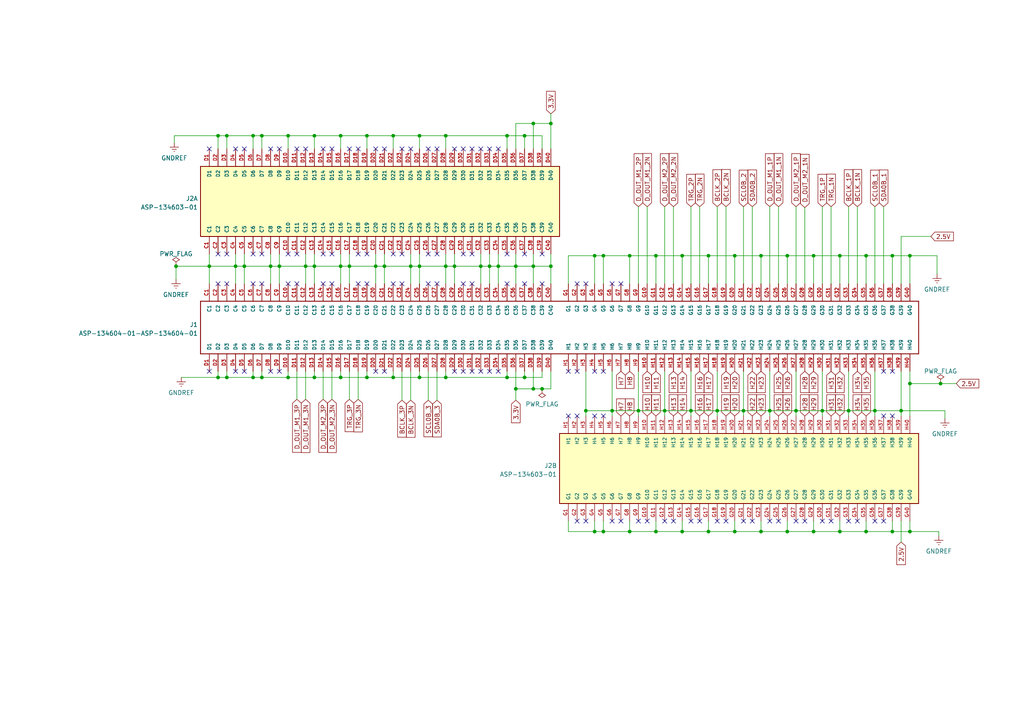
<source format=kicad_sch>
(kicad_sch (version 20211123) (generator eeschema)
  (paper "A4")
  (junction (at 182.626 74.168))
  (junction (at 144.526 77.216))
  (junction (at 190.246 154.178))
  (junction (at 111.506 77.216))
  (junction (at 129.286 109.474))
  (junction (at 114.046 39.37))
  (junction (at 192.786 119.126))
  (junction (at 139.446 77.216))
  (junction (at 197.866 154.178))
  (junction (at 251.206 154.178))
  (junction (at 63.246 39.37))
  (junction (at 83.566 109.474))
  (junction (at 261.366 119.126))
  (junction (at 63.246 109.474))
  (junction (at 263.906 154.178))
  (junction (at 98.806 39.37))
  (junction (at 106.426 39.37))
  (junction (at 141.986 77.216))
  (junction (at 177.546 119.126))
  (junction (at 121.666 109.474))
  (junction (at 60.706 77.216))
  (junction (at 68.326 77.216))
  (junction (at 88.646 77.216))
  (junction (at 258.826 74.168))
  (junction (at 228.346 74.168))
  (junction (at 157.226 112.776))
  (junction (at 119.126 77.216))
  (junction (at 81.026 77.216))
  (junction (at 200.406 119.126))
  (junction (at 159.766 35.814))
  (junction (at 65.786 109.474))
  (junction (at 235.966 74.168))
  (junction (at 106.426 109.474))
  (junction (at 197.866 74.168))
  (junction (at 169.926 119.126))
  (junction (at 230.886 119.126))
  (junction (at 149.606 112.776))
  (junction (at 213.106 74.168))
  (junction (at 185.166 119.126))
  (junction (at 108.966 77.216))
  (junction (at 75.946 39.37))
  (junction (at 98.806 77.216))
  (junction (at 65.786 39.37))
  (junction (at 78.486 77.216))
  (junction (at 114.046 109.474))
  (junction (at 243.586 154.178))
  (junction (at 73.406 109.474))
  (junction (at 235.966 154.178))
  (junction (at 175.006 74.168))
  (junction (at 129.286 39.37))
  (junction (at 205.486 154.178))
  (junction (at 253.746 119.126))
  (junction (at 263.906 111.252))
  (junction (at 238.506 119.126))
  (junction (at 190.246 74.168))
  (junction (at 101.346 77.216))
  (junction (at 246.126 119.126))
  (junction (at 131.826 77.216))
  (junction (at 129.286 77.216))
  (junction (at 91.186 77.216))
  (junction (at 149.606 77.216))
  (junction (at 70.866 77.216))
  (junction (at 208.026 119.126))
  (junction (at 258.826 154.178))
  (junction (at 91.186 39.37))
  (junction (at 182.626 154.178))
  (junction (at 83.566 39.37))
  (junction (at 251.206 74.168))
  (junction (at 243.586 74.168))
  (junction (at 147.066 39.37))
  (junction (at 172.466 154.178))
  (junction (at 154.686 77.216))
  (junction (at 228.346 154.178))
  (junction (at 272.796 111.252))
  (junction (at 154.686 112.776))
  (junction (at 263.906 74.168))
  (junction (at 75.946 109.474))
  (junction (at 223.266 119.126))
  (junction (at 205.486 74.168))
  (junction (at 152.146 39.37))
  (junction (at 159.766 77.216))
  (junction (at 73.406 39.37))
  (junction (at 121.666 39.37))
  (junction (at 154.686 35.814))
  (junction (at 91.186 109.474))
  (junction (at 215.646 119.126))
  (junction (at 152.146 109.474))
  (junction (at 172.466 74.168))
  (junction (at 98.806 109.474))
  (junction (at 147.066 109.474))
  (junction (at 121.666 77.216))
  (junction (at 220.726 154.178))
  (junction (at 213.106 154.178))
  (junction (at 220.726 74.168))
  (junction (at 51.054 77.216))
  (junction (at 175.006 154.178))
  (no_connect (at 144.526 43.18))
  (no_connect (at 88.646 43.18))
  (no_connect (at 86.106 43.18))
  (no_connect (at 126.746 43.18))
  (no_connect (at 119.126 43.18))
  (no_connect (at 116.586 43.18))
  (no_connect (at 103.886 43.18))
  (no_connect (at 101.346 43.18))
  (no_connect (at 124.206 43.18))
  (no_connect (at 96.266 43.18))
  (no_connect (at 93.726 43.18))
  (no_connect (at 141.986 43.18))
  (no_connect (at 139.446 43.18))
  (no_connect (at 136.906 43.18))
  (no_connect (at 134.366 43.18))
  (no_connect (at 131.826 43.18))
  (no_connect (at 60.706 43.18))
  (no_connect (at 70.866 43.18))
  (no_connect (at 68.326 43.18))
  (no_connect (at 81.026 43.18))
  (no_connect (at 78.486 43.18))
  (no_connect (at 111.506 43.18))
  (no_connect (at 108.966 43.18))
  (no_connect (at 141.986 107.696))
  (no_connect (at 139.446 107.696))
  (no_connect (at 136.906 107.696))
  (no_connect (at 134.366 107.696))
  (no_connect (at 131.826 107.696))
  (no_connect (at 108.966 107.696))
  (no_connect (at 111.506 107.696))
  (no_connect (at 70.866 107.696))
  (no_connect (at 68.326 107.696))
  (no_connect (at 60.706 107.696))
  (no_connect (at 81.026 107.696))
  (no_connect (at 78.486 107.696))
  (no_connect (at 172.466 107.696))
  (no_connect (at 175.006 107.696))
  (no_connect (at 167.386 107.696))
  (no_connect (at 175.006 120.65))
  (no_connect (at 172.466 120.65))
  (no_connect (at 167.386 120.65))
  (no_connect (at 126.746 82.296))
  (no_connect (at 124.206 82.296))
  (no_connect (at 114.046 82.296))
  (no_connect (at 116.586 82.296))
  (no_connect (at 136.906 73.66))
  (no_connect (at 134.366 73.66))
  (no_connect (at 126.746 73.66))
  (no_connect (at 124.206 73.66))
  (no_connect (at 116.586 73.66))
  (no_connect (at 114.046 73.66))
  (no_connect (at 136.906 82.296))
  (no_connect (at 134.366 82.296))
  (no_connect (at 157.226 73.66))
  (no_connect (at 157.226 82.296))
  (no_connect (at 152.146 73.66))
  (no_connect (at 152.146 82.296))
  (no_connect (at 147.066 73.66))
  (no_connect (at 147.066 82.296))
  (no_connect (at 164.846 107.696))
  (no_connect (at 164.846 120.65))
  (no_connect (at 180.086 151.13))
  (no_connect (at 169.926 151.13))
  (no_connect (at 144.526 107.696))
  (no_connect (at 65.786 82.296))
  (no_connect (at 63.246 82.296))
  (no_connect (at 73.406 82.296))
  (no_connect (at 75.946 82.296))
  (no_connect (at 75.946 73.66))
  (no_connect (at 73.406 73.66))
  (no_connect (at 63.246 73.66))
  (no_connect (at 65.786 73.66))
  (no_connect (at 258.826 107.696))
  (no_connect (at 256.286 107.696))
  (no_connect (at 256.286 120.65))
  (no_connect (at 258.826 120.65))
  (no_connect (at 93.726 82.296))
  (no_connect (at 96.266 82.296))
  (no_connect (at 103.886 82.296))
  (no_connect (at 106.426 82.296))
  (no_connect (at 83.566 82.296))
  (no_connect (at 86.106 82.296))
  (no_connect (at 86.106 73.66))
  (no_connect (at 83.566 73.66))
  (no_connect (at 106.426 73.66))
  (no_connect (at 103.886 73.66))
  (no_connect (at 96.266 73.66))
  (no_connect (at 93.726 73.66))
  (no_connect (at 177.546 151.13))
  (no_connect (at 167.386 151.13))
  (no_connect (at 185.166 151.13))
  (no_connect (at 187.706 151.13))
  (no_connect (at 192.786 151.13))
  (no_connect (at 195.326 151.13))
  (no_connect (at 200.406 151.13))
  (no_connect (at 202.946 151.13))
  (no_connect (at 208.026 151.13))
  (no_connect (at 210.566 151.13))
  (no_connect (at 215.646 151.13))
  (no_connect (at 218.186 151.13))
  (no_connect (at 223.266 151.13))
  (no_connect (at 225.806 151.13))
  (no_connect (at 230.886 151.13))
  (no_connect (at 233.426 151.13))
  (no_connect (at 238.506 151.13))
  (no_connect (at 241.046 151.13))
  (no_connect (at 246.126 151.13))
  (no_connect (at 248.666 151.13))
  (no_connect (at 253.746 151.13))
  (no_connect (at 256.286 151.13))
  (no_connect (at 177.546 82.296))
  (no_connect (at 180.086 82.296))
  (no_connect (at 167.386 82.296))
  (no_connect (at 169.926 82.296))
  (wire (pts (xy 101.346 77.216) (xy 101.346 82.296)))
  (wire (pts (xy 129.286 77.216) (xy 129.286 82.296)))
  (wire (pts (xy 213.106 74.168) (xy 205.486 74.168)))
  (wire (pts (xy 106.426 107.696) (xy 106.426 109.474)))
  (wire (pts (xy 263.906 74.168) (xy 258.826 74.168)))
  (wire (pts (xy 81.026 73.66) (xy 81.026 77.216)))
  (wire (pts (xy 215.646 119.126) (xy 223.266 119.126)))
  (wire (pts (xy 238.506 107.696) (xy 238.506 119.126)))
  (wire (pts (xy 185.166 59.944) (xy 185.166 82.296)))
  (wire (pts (xy 208.026 119.126) (xy 215.646 119.126)))
  (wire (pts (xy 154.686 35.814) (xy 154.686 43.18)))
  (wire (pts (xy 149.606 112.776) (xy 149.606 116.078)))
  (wire (pts (xy 63.246 109.474) (xy 65.786 109.474)))
  (wire (pts (xy 177.546 119.126) (xy 185.166 119.126)))
  (wire (pts (xy 157.226 109.474) (xy 152.146 109.474)))
  (wire (pts (xy 121.666 107.696) (xy 121.666 109.474)))
  (wire (pts (xy 81.026 77.216) (xy 81.026 82.296)))
  (wire (pts (xy 121.666 43.18) (xy 121.666 39.37)))
  (wire (pts (xy 78.486 77.216) (xy 78.486 82.296)))
  (wire (pts (xy 215.646 107.696) (xy 215.646 119.126)))
  (wire (pts (xy 263.906 107.696) (xy 263.906 111.252)))
  (wire (pts (xy 70.866 77.216) (xy 78.486 77.216)))
  (wire (pts (xy 263.906 111.252) (xy 263.906 120.65)))
  (wire (pts (xy 106.426 39.37) (xy 114.046 39.37)))
  (wire (pts (xy 272.796 111.252) (xy 263.906 111.252)))
  (wire (pts (xy 68.326 77.216) (xy 70.866 77.216)))
  (wire (pts (xy 238.506 119.126) (xy 246.126 119.126)))
  (wire (pts (xy 243.586 74.168) (xy 243.586 82.296)))
  (wire (pts (xy 253.746 107.696) (xy 253.746 119.126)))
  (wire (pts (xy 129.286 77.216) (xy 131.826 77.216)))
  (wire (pts (xy 141.986 73.66) (xy 141.986 77.216)))
  (wire (pts (xy 205.486 154.178) (xy 205.486 151.13)))
  (wire (pts (xy 152.146 39.37) (xy 157.226 39.37)))
  (wire (pts (xy 129.286 109.474) (xy 121.666 109.474)))
  (wire (pts (xy 175.006 74.168) (xy 172.466 74.168)))
  (wire (pts (xy 103.886 107.696) (xy 103.886 115.824)))
  (wire (pts (xy 131.826 77.216) (xy 131.826 82.296)))
  (wire (pts (xy 169.926 107.696) (xy 169.926 119.126)))
  (wire (pts (xy 159.766 35.814) (xy 159.766 43.18)))
  (wire (pts (xy 68.326 73.66) (xy 68.326 77.216)))
  (wire (pts (xy 235.966 154.178) (xy 228.346 154.178)))
  (wire (pts (xy 119.126 73.66) (xy 119.126 77.216)))
  (wire (pts (xy 83.566 39.37) (xy 91.186 39.37)))
  (wire (pts (xy 190.246 74.168) (xy 190.246 82.296)))
  (wire (pts (xy 149.606 77.216) (xy 154.686 77.216)))
  (wire (pts (xy 205.486 74.168) (xy 197.866 74.168)))
  (wire (pts (xy 106.426 109.474) (xy 114.046 109.474)))
  (wire (pts (xy 213.106 154.178) (xy 213.106 151.13)))
  (wire (pts (xy 70.866 77.216) (xy 70.866 82.296)))
  (wire (pts (xy 182.626 154.178) (xy 182.626 151.13)))
  (wire (pts (xy 230.886 107.696) (xy 230.886 119.126)))
  (wire (pts (xy 208.026 107.696) (xy 208.026 119.126)))
  (wire (pts (xy 154.686 73.66) (xy 154.686 77.216)))
  (wire (pts (xy 121.666 39.37) (xy 129.286 39.37)))
  (wire (pts (xy 152.146 109.474) (xy 147.066 109.474)))
  (wire (pts (xy 139.446 77.216) (xy 141.986 77.216)))
  (wire (pts (xy 111.506 73.66) (xy 111.506 77.216)))
  (wire (pts (xy 241.046 59.944) (xy 241.046 82.296)))
  (wire (pts (xy 88.646 77.216) (xy 88.646 82.296)))
  (wire (pts (xy 243.586 74.168) (xy 235.966 74.168)))
  (wire (pts (xy 197.866 154.178) (xy 190.246 154.178)))
  (wire (pts (xy 223.266 107.696) (xy 223.266 119.126)))
  (wire (pts (xy 98.806 77.216) (xy 98.806 82.296)))
  (wire (pts (xy 208.026 119.126) (xy 208.026 120.65)))
  (wire (pts (xy 152.146 107.696) (xy 152.146 109.474)))
  (wire (pts (xy 60.706 77.216) (xy 68.326 77.216)))
  (wire (pts (xy 98.806 107.696) (xy 98.806 109.474)))
  (wire (pts (xy 106.426 39.37) (xy 106.426 43.18)))
  (wire (pts (xy 175.006 74.168) (xy 175.006 82.296)))
  (wire (pts (xy 101.346 107.696) (xy 101.346 115.824)))
  (wire (pts (xy 243.586 154.178) (xy 235.966 154.178)))
  (wire (pts (xy 98.806 109.474) (xy 106.426 109.474)))
  (wire (pts (xy 51.054 81.026) (xy 51.054 77.216)))
  (wire (pts (xy 91.186 107.696) (xy 91.186 109.474)))
  (wire (pts (xy 220.726 154.178) (xy 213.106 154.178)))
  (wire (pts (xy 149.606 43.18) (xy 149.606 35.814)))
  (wire (pts (xy 256.286 59.944) (xy 256.286 82.296)))
  (wire (pts (xy 101.346 73.66) (xy 101.346 77.216)))
  (wire (pts (xy 261.366 151.13) (xy 261.366 157.226)))
  (wire (pts (xy 253.746 59.944) (xy 253.746 82.296)))
  (wire (pts (xy 274.066 119.126) (xy 261.366 119.126)))
  (wire (pts (xy 60.706 77.216) (xy 60.706 82.296)))
  (wire (pts (xy 81.026 77.216) (xy 88.646 77.216)))
  (wire (pts (xy 96.266 107.696) (xy 96.266 115.824)))
  (wire (pts (xy 164.846 74.168) (xy 164.846 82.296)))
  (wire (pts (xy 129.286 73.66) (xy 129.286 77.216)))
  (wire (pts (xy 258.826 154.178) (xy 258.826 151.13)))
  (wire (pts (xy 261.366 107.696) (xy 261.366 119.126)))
  (wire (pts (xy 215.646 59.944) (xy 215.646 82.296)))
  (wire (pts (xy 182.626 74.168) (xy 175.006 74.168)))
  (wire (pts (xy 220.726 154.178) (xy 220.726 151.13)))
  (wire (pts (xy 263.906 154.178) (xy 258.826 154.178)))
  (wire (pts (xy 190.246 154.178) (xy 182.626 154.178)))
  (wire (pts (xy 93.726 107.696) (xy 93.726 115.824)))
  (wire (pts (xy 149.606 107.696) (xy 149.606 112.776)))
  (wire (pts (xy 91.186 73.66) (xy 91.186 77.216)))
  (wire (pts (xy 154.686 77.216) (xy 159.766 77.216)))
  (wire (pts (xy 111.506 77.216) (xy 111.506 82.296)))
  (wire (pts (xy 169.926 119.126) (xy 177.546 119.126)))
  (wire (pts (xy 83.566 39.37) (xy 83.566 43.18)))
  (wire (pts (xy 154.686 112.776) (xy 157.226 112.776)))
  (wire (pts (xy 68.326 77.216) (xy 68.326 82.296)))
  (wire (pts (xy 73.406 109.474) (xy 65.786 109.474)))
  (wire (pts (xy 205.486 154.178) (xy 197.866 154.178)))
  (wire (pts (xy 246.126 119.126) (xy 253.746 119.126)))
  (wire (pts (xy 159.766 77.216) (xy 159.766 82.296)))
  (wire (pts (xy 154.686 112.776) (xy 149.606 112.776)))
  (wire (pts (xy 238.506 119.126) (xy 238.506 120.65)))
  (wire (pts (xy 108.966 73.66) (xy 108.966 77.216)))
  (wire (pts (xy 251.206 154.178) (xy 243.586 154.178)))
  (wire (pts (xy 200.406 119.126) (xy 208.026 119.126)))
  (wire (pts (xy 197.866 74.168) (xy 190.246 74.168)))
  (wire (pts (xy 172.466 151.13) (xy 172.466 154.178)))
  (wire (pts (xy 195.326 59.944) (xy 195.326 82.296)))
  (wire (pts (xy 190.246 154.178) (xy 190.246 151.13)))
  (wire (pts (xy 98.806 73.66) (xy 98.806 77.216)))
  (wire (pts (xy 172.466 74.168) (xy 164.846 74.168)))
  (wire (pts (xy 75.946 107.696) (xy 75.946 109.474)))
  (wire (pts (xy 172.466 74.168) (xy 172.466 82.296)))
  (wire (pts (xy 274.066 121.412) (xy 274.066 119.126)))
  (wire (pts (xy 78.486 77.216) (xy 81.026 77.216)))
  (wire (pts (xy 147.066 107.696) (xy 147.066 109.474)))
  (wire (pts (xy 50.546 41.402) (xy 50.546 39.37)))
  (wire (pts (xy 185.166 119.126) (xy 192.786 119.126)))
  (wire (pts (xy 213.106 74.168) (xy 213.106 82.296)))
  (wire (pts (xy 192.786 59.944) (xy 192.786 82.296)))
  (wire (pts (xy 91.186 109.474) (xy 83.566 109.474)))
  (wire (pts (xy 83.566 107.696) (xy 83.566 109.474)))
  (wire (pts (xy 235.966 154.178) (xy 235.966 151.13)))
  (wire (pts (xy 154.686 35.814) (xy 159.766 35.814)))
  (wire (pts (xy 182.626 74.168) (xy 182.626 82.296)))
  (wire (pts (xy 75.946 109.474) (xy 73.406 109.474)))
  (wire (pts (xy 114.046 107.696) (xy 114.046 109.474)))
  (wire (pts (xy 200.406 107.696) (xy 200.406 119.126)))
  (wire (pts (xy 91.186 109.474) (xy 98.806 109.474)))
  (wire (pts (xy 139.446 77.216) (xy 139.446 82.296)))
  (wire (pts (xy 83.566 109.474) (xy 75.946 109.474)))
  (wire (pts (xy 98.806 77.216) (xy 101.346 77.216)))
  (wire (pts (xy 65.786 107.696) (xy 65.786 109.474)))
  (wire (pts (xy 261.366 68.58) (xy 270.002 68.58)))
  (wire (pts (xy 73.406 39.37) (xy 73.406 43.18)))
  (wire (pts (xy 129.286 39.37) (xy 147.066 39.37)))
  (wire (pts (xy 141.986 77.216) (xy 141.986 82.296)))
  (wire (pts (xy 124.206 107.696) (xy 124.206 116.078)))
  (wire (pts (xy 220.726 74.168) (xy 213.106 74.168)))
  (wire (pts (xy 251.206 74.168) (xy 251.206 82.296)))
  (wire (pts (xy 88.646 73.66) (xy 88.646 77.216)))
  (wire (pts (xy 172.466 154.178) (xy 175.006 154.178)))
  (wire (pts (xy 91.186 39.37) (xy 91.186 43.18)))
  (wire (pts (xy 50.546 39.37) (xy 63.246 39.37)))
  (wire (pts (xy 119.126 77.216) (xy 121.666 77.216)))
  (wire (pts (xy 215.646 119.126) (xy 215.646 120.65)))
  (wire (pts (xy 228.346 74.168) (xy 220.726 74.168)))
  (wire (pts (xy 157.226 112.776) (xy 159.766 112.776)))
  (wire (pts (xy 197.866 154.178) (xy 197.866 151.13)))
  (wire (pts (xy 139.446 73.66) (xy 139.446 77.216)))
  (wire (pts (xy 263.906 151.13) (xy 263.906 154.178)))
  (wire (pts (xy 88.646 77.216) (xy 91.186 77.216)))
  (wire (pts (xy 185.166 119.126) (xy 185.166 120.65)))
  (wire (pts (xy 63.246 107.696) (xy 63.246 109.474)))
  (wire (pts (xy 63.246 39.37) (xy 65.786 39.37)))
  (wire (pts (xy 271.78 74.168) (xy 271.78 79.502)))
  (wire (pts (xy 261.366 119.126) (xy 261.366 120.65)))
  (wire (pts (xy 210.566 59.944) (xy 210.566 82.296)))
  (wire (pts (xy 246.126 119.126) (xy 246.126 120.65)))
  (wire (pts (xy 129.286 107.696) (xy 129.286 109.474)))
  (wire (pts (xy 235.966 74.168) (xy 228.346 74.168)))
  (wire (pts (xy 175.006 154.178) (xy 182.626 154.178)))
  (wire (pts (xy 121.666 77.216) (xy 129.286 77.216)))
  (wire (pts (xy 149.606 73.66) (xy 149.606 77.216)))
  (wire (pts (xy 228.346 154.178) (xy 228.346 151.13)))
  (wire (pts (xy 119.126 77.216) (xy 119.126 82.296)))
  (wire (pts (xy 277.368 111.252) (xy 272.796 111.252)))
  (wire (pts (xy 60.706 73.66) (xy 60.706 77.216)))
  (wire (pts (xy 197.866 74.168) (xy 197.866 82.296)))
  (wire (pts (xy 225.806 59.944) (xy 225.806 82.296)))
  (wire (pts (xy 51.054 77.216) (xy 60.706 77.216)))
  (wire (pts (xy 147.066 39.37) (xy 152.146 39.37)))
  (wire (pts (xy 253.746 119.126) (xy 261.366 119.126)))
  (wire (pts (xy 154.686 77.216) (xy 154.686 82.296)))
  (wire (pts (xy 164.846 154.178) (xy 172.466 154.178)))
  (wire (pts (xy 73.406 39.37) (xy 75.946 39.37)))
  (wire (pts (xy 253.746 119.126) (xy 253.746 120.65)))
  (wire (pts (xy 65.786 39.37) (xy 65.786 43.18)))
  (wire (pts (xy 91.186 39.37) (xy 98.806 39.37)))
  (wire (pts (xy 177.546 107.696) (xy 177.546 119.126)))
  (wire (pts (xy 230.886 59.944) (xy 230.886 82.296)))
  (wire (pts (xy 147.066 109.474) (xy 129.286 109.474)))
  (wire (pts (xy 63.246 39.37) (xy 63.246 43.18)))
  (wire (pts (xy 246.126 107.696) (xy 246.126 119.126)))
  (wire (pts (xy 157.226 39.37) (xy 157.226 43.18)))
  (wire (pts (xy 131.826 77.216) (xy 139.446 77.216)))
  (wire (pts (xy 258.826 74.168) (xy 251.206 74.168)))
  (wire (pts (xy 192.786 119.126) (xy 200.406 119.126)))
  (wire (pts (xy 152.146 39.37) (xy 152.146 43.18)))
  (wire (pts (xy 91.186 77.216) (xy 98.806 77.216)))
  (wire (pts (xy 271.78 74.168) (xy 263.906 74.168)))
  (wire (pts (xy 149.606 35.814) (xy 154.686 35.814)))
  (wire (pts (xy 141.986 77.216) (xy 144.526 77.216)))
  (wire (pts (xy 228.346 74.168) (xy 228.346 82.296)))
  (wire (pts (xy 119.126 107.696) (xy 119.126 116.078)))
  (wire (pts (xy 272.288 154.178) (xy 272.288 155.448)))
  (wire (pts (xy 230.886 119.126) (xy 230.886 120.65)))
  (wire (pts (xy 144.526 77.216) (xy 149.606 77.216)))
  (wire (pts (xy 233.426 60.198) (xy 233.426 82.296)))
  (wire (pts (xy 223.266 59.944) (xy 223.266 82.296)))
  (wire (pts (xy 108.966 77.216) (xy 111.506 77.216)))
  (wire (pts (xy 218.186 59.944) (xy 218.186 82.296)))
  (wire (pts (xy 263.906 74.168) (xy 263.906 82.296)))
  (wire (pts (xy 200.406 59.944) (xy 200.406 82.296)))
  (wire (pts (xy 190.246 74.168) (xy 182.626 74.168)))
  (wire (pts (xy 73.406 107.696) (xy 73.406 109.474)))
  (wire (pts (xy 114.046 39.37) (xy 114.046 43.18)))
  (wire (pts (xy 261.366 68.58) (xy 261.366 82.296)))
  (wire (pts (xy 258.826 74.168) (xy 258.826 82.296)))
  (wire (pts (xy 78.486 73.66) (xy 78.486 77.216)))
  (wire (pts (xy 251.206 154.178) (xy 251.206 151.13)))
  (wire (pts (xy 70.866 73.66) (xy 70.866 77.216)))
  (wire (pts (xy 213.106 154.178) (xy 205.486 154.178)))
  (wire (pts (xy 75.946 39.37) (xy 75.946 43.18)))
  (wire (pts (xy 111.506 77.216) (xy 119.126 77.216)))
  (wire (pts (xy 251.206 74.168) (xy 243.586 74.168)))
  (wire (pts (xy 121.666 77.216) (xy 121.666 82.296)))
  (wire (pts (xy 154.686 107.696) (xy 154.686 112.776)))
  (wire (pts (xy 157.226 107.696) (xy 157.226 109.474)))
  (wire (pts (xy 126.746 107.696) (xy 126.746 116.078)))
  (wire (pts (xy 192.786 119.126) (xy 192.786 120.65)))
  (wire (pts (xy 223.266 119.126) (xy 230.886 119.126)))
  (wire (pts (xy 159.766 33.02) (xy 159.766 35.814)))
  (wire (pts (xy 159.766 107.696) (xy 159.766 112.776)))
  (wire (pts (xy 202.946 59.944) (xy 202.946 82.296)))
  (wire (pts (xy 223.266 119.126) (xy 223.266 120.65)))
  (wire (pts (xy 169.926 119.126) (xy 169.926 120.65)))
  (wire (pts (xy 121.666 73.66) (xy 121.666 77.216)))
  (wire (pts (xy 192.786 107.696) (xy 192.786 119.126)))
  (wire (pts (xy 187.706 59.944) (xy 187.706 82.296)))
  (wire (pts (xy 108.966 77.216) (xy 108.966 82.296)))
  (wire (pts (xy 65.786 39.37) (xy 73.406 39.37)))
  (wire (pts (xy 243.586 154.178) (xy 243.586 151.13)))
  (wire (pts (xy 144.526 77.216) (xy 144.526 82.296)))
  (wire (pts (xy 175.006 151.13) (xy 175.006 154.178)))
  (wire (pts (xy 86.106 107.696) (xy 86.106 115.824)))
  (wire (pts (xy 208.026 59.944) (xy 208.026 82.296)))
  (wire (pts (xy 185.166 107.696) (xy 185.166 119.126)))
  (wire (pts (xy 230.886 119.126) (xy 238.506 119.126)))
  (wire (pts (xy 114.046 109.474) (xy 121.666 109.474)))
  (wire (pts (xy 235.966 74.168) (xy 235.966 82.296)))
  (wire (pts (xy 228.346 154.178) (xy 220.726 154.178)))
  (wire (pts (xy 220.726 74.168) (xy 220.726 82.296)))
  (wire (pts (xy 238.506 59.944) (xy 238.506 82.296)))
  (wire (pts (xy 149.606 77.216) (xy 149.606 82.296)))
  (wire (pts (xy 263.906 154.178) (xy 272.288 154.178)))
  (wire (pts (xy 205.486 74.168) (xy 205.486 82.296)))
  (wire (pts (xy 98.806 39.37) (xy 98.806 43.18)))
  (wire (pts (xy 98.806 39.37) (xy 106.426 39.37)))
  (wire (pts (xy 91.186 77.216) (xy 91.186 82.296)))
  (wire (pts (xy 147.066 39.37) (xy 147.066 43.18)))
  (wire (pts (xy 200.406 119.126) (xy 200.406 120.65)))
  (wire (pts (xy 88.646 107.696) (xy 88.646 115.824)))
  (wire (pts (xy 131.826 73.66) (xy 131.826 77.216)))
  (wire (pts (xy 63.246 109.474) (xy 52.578 109.474)))
  (wire (pts (xy 159.766 73.66) (xy 159.766 77.216)))
  (wire (pts (xy 116.586 107.696) (xy 116.586 116.078)))
  (wire (pts (xy 129.286 39.37) (xy 129.286 43.18)))
  (wire (pts (xy 144.526 73.66) (xy 144.526 77.216)))
  (wire (pts (xy 75.946 39.37) (xy 83.566 39.37)))
  (wire (pts (xy 101.346 77.216) (xy 108.966 77.216)))
  (wire (pts (xy 246.126 59.944) (xy 246.126 82.296)))
  (wire (pts (xy 248.666 59.944) (xy 248.666 82.296)))
  (wire (pts (xy 258.826 154.178) (xy 251.206 154.178)))
  (wire (pts (xy 121.666 39.37) (xy 114.046 39.37)))
  (wire (pts (xy 164.846 151.13) (xy 164.846 154.178)))
  (wire (pts (xy 177.546 119.126) (xy 177.546 120.65)))
  (global_label "H29" (shape input) (at 235.966 120.65 90) (property "Intersheet References" "${INTERSHEET_REFS}" (effects hide)))
  (global_label "H35" (shape input) (at 251.206 120.65 90) (property "Intersheet References" "${INTERSHEET_REFS}" (effects hide)))
  (global_label "H32" (shape input) (at 243.586 107.696 270) (property "Intersheet References" "${INTERSHEET_REFS}" (effects hide)))
  (global_label "SDA0B_1" (shape input) (at 256.286 59.944 90) (property "Intersheet References" "${INTERSHEET_REFS}" (effects hide)))
  (global_label "H8" (shape input) (at 182.626 107.696 270) (property "Intersheet References" "${INTERSHEET_REFS}" (effects hide)))
  (global_label "H34" (shape input) (at 248.666 107.696 270) (property "Intersheet References" "${INTERSHEET_REFS}" (effects hide)))
  (global_label "BCLK_3P" (shape input) (at 116.586 116.078 270) (property "Intersheet References" "${INTERSHEET_REFS}" (effects hide)))
  (global_label "H7" (shape input) (at 180.086 107.696 270) (property "Intersheet References" "${INTERSHEET_REFS}" (effects hide)))
  (global_label "H14" (shape input) (at 197.866 120.65 90) (property "Intersheet References" "${INTERSHEET_REFS}" (effects hide)))
  (global_label "H34" (shape input) (at 248.666 120.65 90) (property "Intersheet References" "${INTERSHEET_REFS}" (effects hide)))
  (global_label "H14" (shape input) (at 197.866 107.696 270) (property "Intersheet References" "${INTERSHEET_REFS}" (effects hide)))
  (global_label "H28" (shape input) (at 233.426 107.696 270) (property "Intersheet References" "${INTERSHEET_REFS}" (effects hide)))
  (global_label "H29" (shape input) (at 235.966 107.696 270) (property "Intersheet References" "${INTERSHEET_REFS}" (effects hide)))
  (global_label "BCLK_1P" (shape input) (at 246.126 59.944 90) (property "Intersheet References" "${INTERSHEET_REFS}" (effects hide)))
  (global_label "H11" (shape input) (at 190.246 107.696 270) (property "Intersheet References" "${INTERSHEET_REFS}" (effects hide)))
  (global_label "BCLK_2P" (shape input) (at 208.026 59.944 90) (property "Intersheet References" "${INTERSHEET_REFS}" (effects hide)))
  (global_label "3.3V" (shape input) (at 149.606 116.078 270) (property "Intersheet References" "${INTERSHEET_REFS}" (effects hide)))
  (global_label "H16" (shape input) (at 202.946 107.696 270) (property "Intersheet References" "${INTERSHEET_REFS}" (effects hide)))
  (global_label "SDA0B_2" (shape input) (at 218.186 59.944 90) (property "Intersheet References" "${INTERSHEET_REFS}" (effects hide)))
  (global_label "TRG_1N" (shape input) (at 241.046 59.944 90) (property "Intersheet References" "${INTERSHEET_REFS}" (effects hide)))
  (global_label "SCL0B_2" (shape input) (at 215.646 59.944 90) (property "Intersheet References" "${INTERSHEET_REFS}" (effects hide)))
  (global_label "BCLK_3N" (shape input) (at 119.126 116.078 270) (property "Intersheet References" "${INTERSHEET_REFS}" (effects hide)))
  (global_label "TRG_1P" (shape input) (at 238.506 59.944 90) (property "Intersheet References" "${INTERSHEET_REFS}" (effects hide)))
  (global_label "H23" (shape input) (at 220.726 120.65 90) (property "Intersheet References" "${INTERSHEET_REFS}" (effects hide)))
  (global_label "D_OUT_M1_3P" (shape input) (at 86.106 115.824 270) (property "Intersheet References" "${INTERSHEET_REFS}" (effects hide)))
  (global_label "D_OUT_M1_1P" (shape input) (at 223.266 59.944 90) (property "Intersheet References" "${INTERSHEET_REFS}" (effects hide)))
  (global_label "H20" (shape input) (at 213.106 120.65 90) (property "Intersheet References" "${INTERSHEET_REFS}" (effects hide)))
  (global_label "D_OUT_M1_3N" (shape input) (at 88.646 115.824 270) (property "Intersheet References" "${INTERSHEET_REFS}" (effects hide)))
  (global_label "H8" (shape input) (at 182.626 120.65 90) (property "Intersheet References" "${INTERSHEET_REFS}" (effects hide)))
  (global_label "H31" (shape input) (at 241.046 120.65 90) (property "Intersheet References" "${INTERSHEET_REFS}" (effects hide)))
  (global_label "TRG_3N" (shape input) (at 103.886 115.824 270) (property "Intersheet References" "${INTERSHEET_REFS}" (effects hide)))
  (global_label "D_OUT_M1_2N" (shape input) (at 187.706 59.944 90) (property "Intersheet References" "${INTERSHEET_REFS}" (effects hide)))
  (global_label "H31" (shape input) (at 241.046 107.696 270) (property "Intersheet References" "${INTERSHEET_REFS}" (effects hide)))
  (global_label "H26" (shape input) (at 228.346 120.65 90) (property "Intersheet References" "${INTERSHEET_REFS}" (effects hide)))
  (global_label "TRG_2P" (shape input) (at 200.406 59.944 90) (property "Intersheet References" "${INTERSHEET_REFS}" (effects hide)))
  (global_label "H20" (shape input) (at 213.106 107.696 270) (property "Intersheet References" "${INTERSHEET_REFS}" (effects hide)))
  (global_label "2.5V" (shape input) (at 261.366 157.226 270) (property "Intersheet References" "${INTERSHEET_REFS}" (effects hide)))
  (global_label "D_OUT_M2_3N" (shape input) (at 96.266 115.824 270) (property "Intersheet References" "${INTERSHEET_REFS}" (effects hide)))
  (global_label "H7" (shape input) (at 180.086 120.65 90) (property "Intersheet References" "${INTERSHEET_REFS}" (effects hide)))
  (global_label "SCL0B_3" (shape input) (at 124.206 116.078 270) (property "Intersheet References" "${INTERSHEET_REFS}" (effects hide)))
  (global_label "H16" (shape input) (at 202.946 120.65 90) (property "Intersheet References" "${INTERSHEET_REFS}" (effects hide)))
  (global_label "TRG_3P" (shape input) (at 101.346 115.824 270) (property "Intersheet References" "${INTERSHEET_REFS}" (effects hide)))
  (global_label "2.5V" (shape input) (at 270.002 68.58 0) (property "Intersheet References" "${INTERSHEET_REFS}" (effects hide)))
  (global_label "H11" (shape input) (at 190.246 120.65 90) (property "Intersheet References" "${INTERSHEET_REFS}" (effects hide)))
  (global_label "H28" (shape input) (at 233.426 120.65 90) (property "Intersheet References" "${INTERSHEET_REFS}" (effects hide)))
  (global_label "H26" (shape input) (at 228.346 107.696 270) (property "Intersheet References" "${INTERSHEET_REFS}" (effects hide)))
  (global_label "BCLK_1N" (shape input) (at 248.666 59.944 90) (property "Intersheet References" "${INTERSHEET_REFS}" (effects hide)))
  (global_label "D_OUT_M2_3P" (shape input) (at 93.726 115.824 270) (property "Intersheet References" "${INTERSHEET_REFS}" (effects hide)))
  (global_label "SCL0B_1" (shape input) (at 253.746 59.944 90) (property "Intersheet References" "${INTERSHEET_REFS}" (effects hide)))
  (global_label "H32" (shape input) (at 243.586 120.65 90) (property "Intersheet References" "${INTERSHEET_REFS}" (effects hide)))
  (global_label "H10" (shape input) (at 187.706 120.65 90) (property "Intersheet References" "${INTERSHEET_REFS}" (effects hide)))
  (global_label "SDA0B_3" (shape input) (at 126.746 116.078 270) (property "Intersheet References" "${INTERSHEET_REFS}" (effects hide)))
  (global_label "D_OUT_M2_1N" (shape input) (at 233.426 60.198 90) (property "Intersheet References" "${INTERSHEET_REFS}" (effects hide)))
  (global_label "BCLK_2N" (shape input) (at 210.566 59.944 90) (property "Intersheet References" "${INTERSHEET_REFS}" (effects hide)))
  (global_label "H17" (shape input) (at 205.486 120.65 90) (property "Intersheet References" "${INTERSHEET_REFS}" (effects hide)))
  (global_label "D_OUT_M1_2P" (shape input) (at 185.166 59.944 90) (property "Intersheet References" "${INTERSHEET_REFS}" (effects hide)))
  (global_label "H22" (shape input) (at 218.186 107.696 270) (property "Intersheet References" "${INTERSHEET_REFS}" (effects hide)))
  (global_label "TRG_2N" (shape input) (at 202.946 59.944 90) (property "Intersheet References" "${INTERSHEET_REFS}" (effects hide)))
  (global_label "D_OUT_M2_1P" (shape input) (at 230.886 59.944 90) (property "Intersheet References" "${INTERSHEET_REFS}" (effects hide)))
  (global_label "H10" (shape input) (at 187.706 107.696 270) (property "Intersheet References" "${INTERSHEET_REFS}" (effects hide)))
  (global_label "H22" (shape input) (at 218.186 120.65 90) (property "Intersheet References" "${INTERSHEET_REFS}" (effects hide)))
  (global_label "H19" (shape input) (at 210.566 120.65 90) (property "Intersheet References" "${INTERSHEET_REFS}" (effects hide)))
  (global_label "H25" (shape input) (at 225.806 107.696 270) (property "Intersheet References" "${INTERSHEET_REFS}" (effects hide)))
  (global_label "H19" (shape input) (at 210.566 107.696 270) (property "Intersheet References" "${INTERSHEET_REFS}" (effects hide)))
  (global_label "D_OUT_M1_1N" (shape input) (at 225.806 59.944 90) (property "Intersheet References" "${INTERSHEET_REFS}" (effects hide)))
  (global_label "3.3V" (shape input) (at 159.766 33.02 90) (property "Intersheet References" "${INTERSHEET_REFS}" (effects hide)))
  (global_label "H13" (shape input) (at 195.326 120.65 90) (property "Intersheet References" "${INTERSHEET_REFS}" (effects hide)))
  (global_label "H23" (shape input) (at 220.726 107.696 270) (property "Intersheet References" "${INTERSHEET_REFS}" (effects hide)))
  (global_label "H25" (shape input) (at 225.806 120.65 90) (property "Intersheet References" "${INTERSHEET_REFS}" (effects hide)))
  (global_label "D_OUT_M2_2P" (shape input) (at 192.786 59.944 90) (property "Intersheet References" "${INTERSHEET_REFS}" (effects hide)))
  (global_label "2.5V" (shape input) (at 277.368 111.252 0) (property "Intersheet References" "${INTERSHEET_REFS}" (effects hide)))
  (global_label "D_OUT_M2_2N" (shape input) (at 195.326 59.944 90) (property "Intersheet References" "${INTERSHEET_REFS}" (effects hide)))
  (global_label "H13" (shape input) (at 195.326 107.696 270) (property "Intersheet References" "${INTERSHEET_REFS}" (effects hide)))
  (global_label "H17" (shape input) (at 205.486 107.696 270) (property "Intersheet References" "${INTERSHEET_REFS}" (effects hide)))
  (global_label "H35" (shape input) (at 251.206 107.696 270) (property "Intersheet References" "${INTERSHEET_REFS}" (effects hide)))
  (symbol (lib_id "power:GNDREF") (at 274.066 121.412 0) (unit 1)
    (property "Reference" "#PWR0116" (effects hide))
    (property "Value" "GNDREF" (at 274.066 125.8554 0))
  )
  (symbol (lib_id "power:GNDREF") (at 271.78 79.502 0) (unit 1)
    (property "Reference" "#PWR0118" (effects hide))
    (property "Value" "GNDREF" (at 271.78 83.9454 0))
  )
  (symbol (lib_id "power:GNDREF") (at 50.546 41.402 0) (unit 1)
    (property "Reference" "#PWR0113" (effects hide))
    (property "Value" "GNDREF" (at 50.546 45.8454 0))
  )
  (symbol (lib_id "power:GNDREF") (at 52.578 109.474 0) (unit 1)
    (property "Reference" "#PWR0114" (effects hide))
    (property "Value" "GNDREF" (at 52.578 113.9174 0))
  )
  (symbol (lib_id "ASP-134603-01:ASP-134603-01") (at 111.506 58.42 90) (unit 1)
    (property "Reference" "J2" (at 57.404 57.5853 90) (effects (justify left)))
    (property "Value" "ASP-134603-01" (at 57.404 60.1222 90) (effects (justify left)))
    (property "Footprint" "ASP-134603-01:SAMTEC_ASP-134603-01" (effects hide))
    (property "MANUFACTURER" "Samtec" (effects hide))
    (property "PARTREV" "M" (effects hide))
    (property "STANDARD" "Manufacturer Recommendations" (effects hide))
    (property "MAXIMUM_PACKAGE_HEIGHT" "6.55 mm" (effects hide))
  )
  (symbol (lib_id "ASP-134603-01:ASP-134603-01") (at 215.646 135.89 90) (unit 2)
    (property "Reference" "J2" (at 161.544 135.0553 90) (effects (justify left)))
    (property "Value" "ASP-134603-01" (at 161.544 137.5922 90) (effects (justify left)))
    (property "Footprint" "ASP-134603-01:SAMTEC_ASP-134603-01" (effects hide))
    (property "MANUFACTURER" "Samtec" (effects hide))
    (property "PARTREV" "M" (effects hide))
    (property "STANDARD" "Manufacturer Recommendations" (effects hide))
    (property "MAXIMUM_PACKAGE_HEIGHT" "6.55 mm" (effects hide))
  )
  (symbol (lib_id "power:GNDREF") (at 51.054 81.026 0) (unit 1)
    (property "Reference" "#PWR0115" (effects hide))
    (property "Value" "GNDREF" (at 51.054 85.4694 0))
  )
  (symbol (lib_id "ASP-134604-01:ASP-134604-01") (at 162.306 94.996 90) (unit 1)
    (property "Reference" "J1" (at 57.4041 94.1613 90) (effects (justify left)))
    (property "Value" "ASP-134604-01-ASP-134604-01" (at 57.4041 96.6982 90) (effects (justify left)))
    (property "Footprint" "ASP-134604-01:Samtec_FMC_ASP-134604-01_4x40_Vertical" (effects hide))
    (property "Datasheet" "https://componentsearchengine.com/Datasheets/2/ASP-134604-01.pdf" (effects hide))
    (property "Field4" "Conn Array Terminal SKT 400 POS 1.27mm Solder ST SMD" (effects hide))
    (property "Field5" "Samtec Inc." (effects hide))
    (property "Field6" "None" (effects hide))
    (property "Field7" "ASP-134604-01" (effects hide))
    (property "Field8" "None" (effects hide))
  )
  (symbol (lib_id "power:PWR_FLAG") (at 157.226 112.776 180) (unit 1)
    (property "Reference" "#FLG0102" (effects hide))
    (property "Value" "PWR_FLAG" (at 157.226 117.2194 0))
  )
  (symbol (lib_id "power:GNDREF") (at 272.288 155.448 0) (unit 1)
    (property "Reference" "#PWR0117" (effects hide))
    (property "Value" "GNDREF" (at 272.288 159.8914 0))
  )
  (symbol (lib_id "power:PWR_FLAG") (at 272.796 111.252 0) (unit 1)
    (property "Reference" "#FLG0103" (effects hide))
    (property "Value" "PWR_FLAG" (at 272.796 107.6762 0))
  )
  (symbol (lib_id "power:PWR_FLAG") (at 51.054 77.216 0) (unit 1)
    (property "Reference" "#FLG0101" (effects hide))
    (property "Value" "PWR_FLAG" (at 51.054 73.6402 0))
  )
)
</source>
